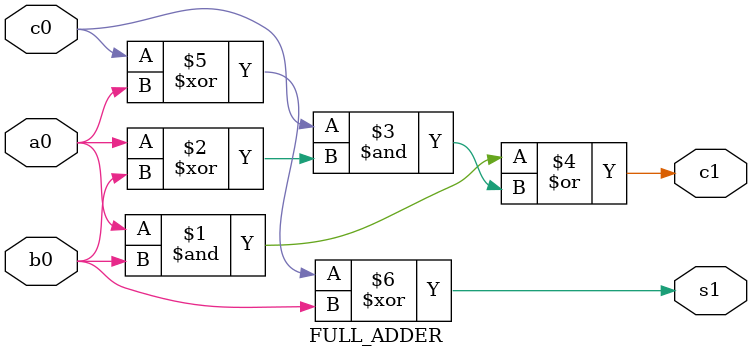
<source format=v>
module FULL_ADDER(
    input a0,
	input b0,
	input c0,
	output s1,
	output c1
);
    
    assign c1 = a0 & b0 | c0 & (a0 ^ b0);
	assign s1 = c0 ^ a0 ^ b0;

endmodule 
</source>
